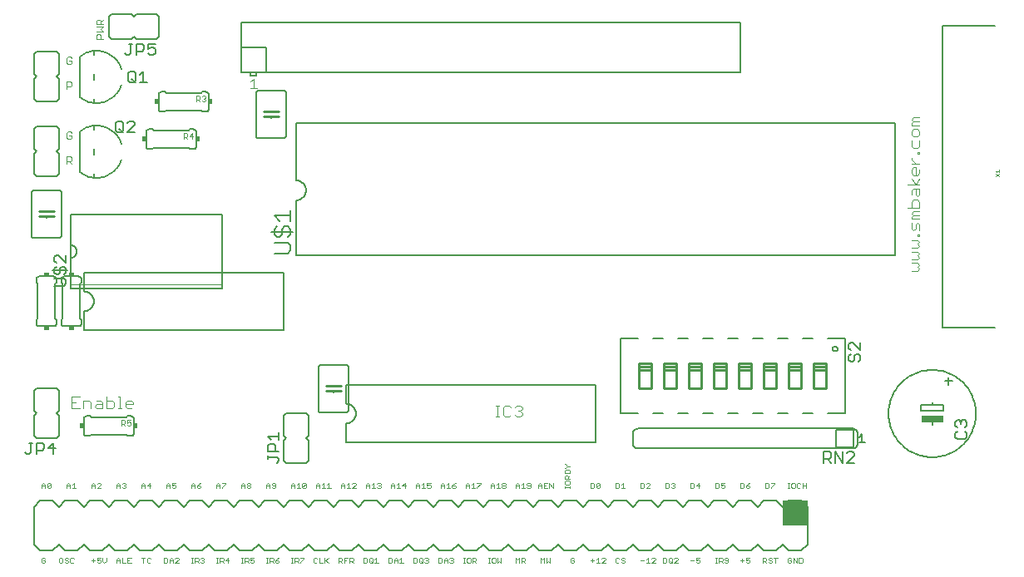
<source format=gto>
G75*
%MOIN*%
%OFA0B0*%
%FSLAX24Y24*%
%IPPOS*%
%LPD*%
%AMOC8*
5,1,8,0,0,1.08239X$1,22.5*
%
%ADD10C,0.0020*%
%ADD11C,0.0040*%
%ADD12C,0.0030*%
%ADD13C,0.0060*%
%ADD14R,0.1000X0.1000*%
%ADD15C,0.0080*%
%ADD16C,0.0100*%
%ADD17C,0.0050*%
%ADD18R,0.0200X0.0050*%
%ADD19R,0.0200X0.0150*%
%ADD20R,0.0150X0.0200*%
%ADD21R,0.0900X0.0250*%
D10*
X001527Y003910D02*
X001600Y003910D01*
X001637Y003947D01*
X001637Y004020D01*
X001563Y004020D01*
X001490Y004093D02*
X001490Y003947D01*
X001527Y003910D01*
X001490Y004093D02*
X001527Y004130D01*
X001600Y004130D01*
X001637Y004093D01*
X002190Y004093D02*
X002190Y003947D01*
X002227Y003910D01*
X002300Y003910D01*
X002337Y003947D01*
X002337Y004093D01*
X002300Y004130D01*
X002227Y004130D01*
X002190Y004093D01*
X002411Y004093D02*
X002411Y004057D01*
X002448Y004020D01*
X002521Y004020D01*
X002558Y003983D01*
X002558Y003947D01*
X002521Y003910D01*
X002448Y003910D01*
X002411Y003947D01*
X002411Y004093D02*
X002448Y004130D01*
X002521Y004130D01*
X002558Y004093D01*
X002632Y004093D02*
X002632Y003947D01*
X002669Y003910D01*
X002742Y003910D01*
X002779Y003947D01*
X002779Y004093D02*
X002742Y004130D01*
X002669Y004130D01*
X002632Y004093D01*
X003490Y004020D02*
X003637Y004020D01*
X003711Y004020D02*
X003784Y004057D01*
X003821Y004057D01*
X003858Y004020D01*
X003858Y003947D01*
X003821Y003910D01*
X003748Y003910D01*
X003711Y003947D01*
X003711Y004020D02*
X003711Y004130D01*
X003858Y004130D01*
X003932Y004130D02*
X003932Y003983D01*
X004005Y003910D01*
X004079Y003983D01*
X004079Y004130D01*
X004490Y004057D02*
X004563Y004130D01*
X004637Y004057D01*
X004637Y003910D01*
X004711Y003910D02*
X004858Y003910D01*
X004932Y003910D02*
X005079Y003910D01*
X005005Y004020D02*
X004932Y004020D01*
X004932Y004130D02*
X004932Y003910D01*
X004932Y004130D02*
X005079Y004130D01*
X004711Y004130D02*
X004711Y003910D01*
X004637Y004020D02*
X004490Y004020D01*
X004490Y004057D02*
X004490Y003910D01*
X003563Y003947D02*
X003563Y004093D01*
X005490Y004130D02*
X005637Y004130D01*
X005563Y004130D02*
X005563Y003910D01*
X005711Y003947D02*
X005748Y003910D01*
X005821Y003910D01*
X005858Y003947D01*
X005858Y004093D02*
X005821Y004130D01*
X005748Y004130D01*
X005711Y004093D01*
X005711Y003947D01*
X006390Y003910D02*
X006500Y003910D01*
X006537Y003947D01*
X006537Y004093D01*
X006500Y004130D01*
X006390Y004130D01*
X006390Y003910D01*
X006611Y003910D02*
X006611Y004057D01*
X006684Y004130D01*
X006758Y004057D01*
X006758Y003910D01*
X006832Y003910D02*
X006979Y004057D01*
X006979Y004093D01*
X006942Y004130D01*
X006869Y004130D01*
X006832Y004093D01*
X006758Y004020D02*
X006611Y004020D01*
X006832Y003910D02*
X006979Y003910D01*
X007490Y003910D02*
X007563Y003910D01*
X007527Y003910D02*
X007527Y004130D01*
X007563Y004130D02*
X007490Y004130D01*
X007637Y004130D02*
X007747Y004130D01*
X007784Y004093D01*
X007784Y004020D01*
X007747Y003983D01*
X007637Y003983D01*
X007637Y003910D02*
X007637Y004130D01*
X007711Y003983D02*
X007784Y003910D01*
X007858Y003947D02*
X007895Y003910D01*
X007968Y003910D01*
X008005Y003947D01*
X008005Y003983D01*
X007968Y004020D01*
X007932Y004020D01*
X007968Y004020D02*
X008005Y004057D01*
X008005Y004093D01*
X007968Y004130D01*
X007895Y004130D01*
X007858Y004093D01*
X008490Y004130D02*
X008563Y004130D01*
X008527Y004130D02*
X008527Y003910D01*
X008563Y003910D02*
X008490Y003910D01*
X008637Y003910D02*
X008637Y004130D01*
X008747Y004130D01*
X008784Y004093D01*
X008784Y004020D01*
X008747Y003983D01*
X008637Y003983D01*
X008711Y003983D02*
X008784Y003910D01*
X008858Y004020D02*
X009005Y004020D01*
X008968Y003910D02*
X008968Y004130D01*
X008858Y004020D01*
X009490Y003910D02*
X009563Y003910D01*
X009527Y003910D02*
X009527Y004130D01*
X009563Y004130D02*
X009490Y004130D01*
X009637Y004130D02*
X009747Y004130D01*
X009784Y004093D01*
X009784Y004020D01*
X009747Y003983D01*
X009637Y003983D01*
X009637Y003910D02*
X009637Y004130D01*
X009711Y003983D02*
X009784Y003910D01*
X009858Y003947D02*
X009895Y003910D01*
X009968Y003910D01*
X010005Y003947D01*
X010005Y004020D01*
X009968Y004057D01*
X009932Y004057D01*
X009858Y004020D01*
X009858Y004130D01*
X010005Y004130D01*
X010490Y004130D02*
X010563Y004130D01*
X010527Y004130D02*
X010527Y003910D01*
X010563Y003910D02*
X010490Y003910D01*
X010637Y003910D02*
X010637Y004130D01*
X010747Y004130D01*
X010784Y004093D01*
X010784Y004020D01*
X010747Y003983D01*
X010637Y003983D01*
X010711Y003983D02*
X010784Y003910D01*
X010858Y003947D02*
X010858Y004020D01*
X010968Y004020D01*
X011005Y003983D01*
X011005Y003947D01*
X010968Y003910D01*
X010895Y003910D01*
X010858Y003947D01*
X010858Y004020D02*
X010932Y004093D01*
X011005Y004130D01*
X011490Y004130D02*
X011563Y004130D01*
X011527Y004130D02*
X011527Y003910D01*
X011563Y003910D02*
X011490Y003910D01*
X011637Y003910D02*
X011637Y004130D01*
X011747Y004130D01*
X011784Y004093D01*
X011784Y004020D01*
X011747Y003983D01*
X011637Y003983D01*
X011711Y003983D02*
X011784Y003910D01*
X011858Y003910D02*
X011858Y003947D01*
X012005Y004093D01*
X012005Y004130D01*
X011858Y004130D01*
X012390Y004093D02*
X012390Y003947D01*
X012427Y003910D01*
X012500Y003910D01*
X012537Y003947D01*
X012611Y003910D02*
X012758Y003910D01*
X012832Y003910D02*
X012832Y004130D01*
X012869Y004020D02*
X012979Y003910D01*
X012832Y003983D02*
X012979Y004130D01*
X012611Y004130D02*
X012611Y003910D01*
X012537Y004093D02*
X012500Y004130D01*
X012427Y004130D01*
X012390Y004093D01*
X013390Y004130D02*
X013390Y003910D01*
X013390Y003983D02*
X013500Y003983D01*
X013537Y004020D01*
X013537Y004093D01*
X013500Y004130D01*
X013390Y004130D01*
X013463Y003983D02*
X013537Y003910D01*
X013611Y003910D02*
X013611Y004130D01*
X013758Y004130D01*
X013832Y004130D02*
X013942Y004130D01*
X013979Y004093D01*
X013979Y004020D01*
X013942Y003983D01*
X013832Y003983D01*
X013832Y003910D02*
X013832Y004130D01*
X013905Y003983D02*
X013979Y003910D01*
X013684Y004020D02*
X013611Y004020D01*
X014390Y003910D02*
X014500Y003910D01*
X014537Y003947D01*
X014537Y004093D01*
X014500Y004130D01*
X014390Y004130D01*
X014390Y003910D01*
X014611Y003947D02*
X014611Y004093D01*
X014648Y004130D01*
X014721Y004130D01*
X014758Y004093D01*
X014758Y003947D01*
X014721Y003910D01*
X014648Y003910D01*
X014611Y003947D01*
X014684Y003983D02*
X014758Y003910D01*
X014832Y003910D02*
X014979Y003910D01*
X014905Y003910D02*
X014905Y004130D01*
X014832Y004057D01*
X015390Y004130D02*
X015390Y003910D01*
X015500Y003910D01*
X015537Y003947D01*
X015537Y004093D01*
X015500Y004130D01*
X015390Y004130D01*
X015611Y004057D02*
X015684Y004130D01*
X015758Y004057D01*
X015758Y003910D01*
X015832Y003910D02*
X015979Y003910D01*
X015905Y003910D02*
X015905Y004130D01*
X015832Y004057D01*
X015758Y004020D02*
X015611Y004020D01*
X015611Y004057D02*
X015611Y003910D01*
X016390Y003910D02*
X016500Y003910D01*
X016537Y003947D01*
X016537Y004093D01*
X016500Y004130D01*
X016390Y004130D01*
X016390Y003910D01*
X016611Y003947D02*
X016648Y003910D01*
X016721Y003910D01*
X016758Y003947D01*
X016758Y004093D01*
X016721Y004130D01*
X016648Y004130D01*
X016611Y004093D01*
X016611Y003947D01*
X016684Y003983D02*
X016758Y003910D01*
X016832Y003947D02*
X016869Y003910D01*
X016942Y003910D01*
X016979Y003947D01*
X016979Y003983D01*
X016942Y004020D01*
X016905Y004020D01*
X016942Y004020D02*
X016979Y004057D01*
X016979Y004093D01*
X016942Y004130D01*
X016869Y004130D01*
X016832Y004093D01*
X017390Y004130D02*
X017390Y003910D01*
X017500Y003910D01*
X017537Y003947D01*
X017537Y004093D01*
X017500Y004130D01*
X017390Y004130D01*
X017611Y004057D02*
X017611Y003910D01*
X017611Y004020D02*
X017758Y004020D01*
X017758Y004057D02*
X017758Y003910D01*
X017832Y003947D02*
X017869Y003910D01*
X017942Y003910D01*
X017979Y003947D01*
X017979Y003983D01*
X017942Y004020D01*
X017905Y004020D01*
X017942Y004020D02*
X017979Y004057D01*
X017979Y004093D01*
X017942Y004130D01*
X017869Y004130D01*
X017832Y004093D01*
X017758Y004057D02*
X017684Y004130D01*
X017611Y004057D01*
X018390Y004130D02*
X018463Y004130D01*
X018427Y004130D02*
X018427Y003910D01*
X018463Y003910D02*
X018390Y003910D01*
X018537Y003947D02*
X018537Y004093D01*
X018574Y004130D01*
X018647Y004130D01*
X018684Y004093D01*
X018684Y003947D01*
X018647Y003910D01*
X018574Y003910D01*
X018537Y003947D01*
X018758Y003983D02*
X018868Y003983D01*
X018905Y004020D01*
X018905Y004093D01*
X018868Y004130D01*
X018758Y004130D01*
X018758Y003910D01*
X018832Y003983D02*
X018905Y003910D01*
X019390Y003910D02*
X019463Y003910D01*
X019427Y003910D02*
X019427Y004130D01*
X019463Y004130D02*
X019390Y004130D01*
X019537Y004093D02*
X019537Y003947D01*
X019574Y003910D01*
X019647Y003910D01*
X019684Y003947D01*
X019684Y004093D01*
X019647Y004130D01*
X019574Y004130D01*
X019537Y004093D01*
X019758Y004130D02*
X019758Y003910D01*
X019832Y003983D01*
X019905Y003910D01*
X019905Y004130D01*
X020490Y004130D02*
X020490Y003910D01*
X020637Y003910D02*
X020637Y004130D01*
X020563Y004057D01*
X020490Y004130D01*
X020711Y004130D02*
X020821Y004130D01*
X020858Y004093D01*
X020858Y004020D01*
X020821Y003983D01*
X020711Y003983D01*
X020711Y003910D02*
X020711Y004130D01*
X020784Y003983D02*
X020858Y003910D01*
X021490Y003910D02*
X021490Y004130D01*
X021563Y004057D01*
X021637Y004130D01*
X021637Y003910D01*
X021711Y003910D02*
X021784Y003983D01*
X021858Y003910D01*
X021858Y004130D01*
X021711Y004130D02*
X021711Y003910D01*
X022690Y003947D02*
X022727Y003910D01*
X022800Y003910D01*
X022837Y003947D01*
X022837Y004020D01*
X022763Y004020D01*
X022690Y004093D02*
X022690Y003947D01*
X022690Y004093D02*
X022727Y004130D01*
X022800Y004130D01*
X022837Y004093D01*
X023490Y004020D02*
X023637Y004020D01*
X023711Y004057D02*
X023784Y004130D01*
X023784Y003910D01*
X023711Y003910D02*
X023858Y003910D01*
X023932Y003910D02*
X024079Y004057D01*
X024079Y004093D01*
X024042Y004130D01*
X023969Y004130D01*
X023932Y004093D01*
X023932Y003910D02*
X024079Y003910D01*
X024490Y003947D02*
X024490Y004093D01*
X024527Y004130D01*
X024600Y004130D01*
X024637Y004093D01*
X024711Y004093D02*
X024711Y004057D01*
X024748Y004020D01*
X024821Y004020D01*
X024858Y003983D01*
X024858Y003947D01*
X024821Y003910D01*
X024748Y003910D01*
X024711Y003947D01*
X024637Y003947D02*
X024600Y003910D01*
X024527Y003910D01*
X024490Y003947D01*
X024711Y004093D02*
X024748Y004130D01*
X024821Y004130D01*
X024858Y004093D01*
X025490Y004020D02*
X025637Y004020D01*
X025711Y004057D02*
X025784Y004130D01*
X025784Y003910D01*
X025711Y003910D02*
X025858Y003910D01*
X025932Y003910D02*
X026079Y004057D01*
X026079Y004093D01*
X026042Y004130D01*
X025969Y004130D01*
X025932Y004093D01*
X025932Y003910D02*
X026079Y003910D01*
X026390Y003910D02*
X026390Y004130D01*
X026500Y004130D01*
X026537Y004093D01*
X026537Y003947D01*
X026500Y003910D01*
X026390Y003910D01*
X026611Y003947D02*
X026611Y004093D01*
X026648Y004130D01*
X026721Y004130D01*
X026758Y004093D01*
X026758Y003947D01*
X026721Y003910D01*
X026648Y003910D01*
X026611Y003947D01*
X026684Y003983D02*
X026758Y003910D01*
X026832Y003910D02*
X026979Y004057D01*
X026979Y004093D01*
X026942Y004130D01*
X026869Y004130D01*
X026832Y004093D01*
X026832Y003910D02*
X026979Y003910D01*
X027490Y004020D02*
X027637Y004020D01*
X027711Y004020D02*
X027784Y004057D01*
X027821Y004057D01*
X027858Y004020D01*
X027858Y003947D01*
X027821Y003910D01*
X027748Y003910D01*
X027711Y003947D01*
X027711Y004020D02*
X027711Y004130D01*
X027858Y004130D01*
X028490Y004130D02*
X028563Y004130D01*
X028527Y004130D02*
X028527Y003910D01*
X028563Y003910D02*
X028490Y003910D01*
X028637Y003910D02*
X028637Y004130D01*
X028747Y004130D01*
X028784Y004093D01*
X028784Y004020D01*
X028747Y003983D01*
X028637Y003983D01*
X028711Y003983D02*
X028784Y003910D01*
X028858Y003947D02*
X028895Y003910D01*
X028968Y003910D01*
X029005Y003947D01*
X029005Y004093D01*
X028968Y004130D01*
X028895Y004130D01*
X028858Y004093D01*
X028858Y004057D01*
X028895Y004020D01*
X029005Y004020D01*
X029490Y004020D02*
X029637Y004020D01*
X029711Y004020D02*
X029784Y004057D01*
X029821Y004057D01*
X029858Y004020D01*
X029858Y003947D01*
X029821Y003910D01*
X029748Y003910D01*
X029711Y003947D01*
X029711Y004020D02*
X029711Y004130D01*
X029858Y004130D01*
X029563Y004093D02*
X029563Y003947D01*
X030390Y003983D02*
X030500Y003983D01*
X030537Y004020D01*
X030537Y004093D01*
X030500Y004130D01*
X030390Y004130D01*
X030390Y003910D01*
X030463Y003983D02*
X030537Y003910D01*
X030611Y003947D02*
X030648Y003910D01*
X030721Y003910D01*
X030758Y003947D01*
X030758Y003983D01*
X030721Y004020D01*
X030648Y004020D01*
X030611Y004057D01*
X030611Y004093D01*
X030648Y004130D01*
X030721Y004130D01*
X030758Y004093D01*
X030832Y004130D02*
X030979Y004130D01*
X030905Y004130D02*
X030905Y003910D01*
X031390Y003947D02*
X031390Y004093D01*
X031427Y004130D01*
X031500Y004130D01*
X031537Y004093D01*
X031537Y004020D02*
X031463Y004020D01*
X031537Y004020D02*
X031537Y003947D01*
X031500Y003910D01*
X031427Y003910D01*
X031390Y003947D01*
X031611Y003910D02*
X031611Y004130D01*
X031758Y003910D01*
X031758Y004130D01*
X031832Y004130D02*
X031942Y004130D01*
X031979Y004093D01*
X031979Y003947D01*
X031942Y003910D01*
X031832Y003910D01*
X031832Y004130D01*
X031868Y006910D02*
X031905Y006947D01*
X031868Y006910D02*
X031795Y006910D01*
X031758Y006947D01*
X031758Y007093D01*
X031795Y007130D01*
X031868Y007130D01*
X031905Y007093D01*
X031979Y007130D02*
X031979Y006910D01*
X031979Y007020D02*
X032126Y007020D01*
X032126Y007130D02*
X032126Y006910D01*
X031684Y006947D02*
X031684Y007093D01*
X031647Y007130D01*
X031574Y007130D01*
X031537Y007093D01*
X031537Y006947D01*
X031574Y006910D01*
X031647Y006910D01*
X031684Y006947D01*
X031463Y006910D02*
X031390Y006910D01*
X031427Y006910D02*
X031427Y007130D01*
X031463Y007130D02*
X031390Y007130D01*
X030858Y007130D02*
X030858Y007093D01*
X030711Y006947D01*
X030711Y006910D01*
X030637Y006947D02*
X030637Y007093D01*
X030600Y007130D01*
X030490Y007130D01*
X030490Y006910D01*
X030600Y006910D01*
X030637Y006947D01*
X030711Y007130D02*
X030858Y007130D01*
X029858Y007130D02*
X029784Y007093D01*
X029711Y007020D01*
X029821Y007020D01*
X029858Y006983D01*
X029858Y006947D01*
X029821Y006910D01*
X029748Y006910D01*
X029711Y006947D01*
X029711Y007020D01*
X029637Y006947D02*
X029637Y007093D01*
X029600Y007130D01*
X029490Y007130D01*
X029490Y006910D01*
X029600Y006910D01*
X029637Y006947D01*
X028858Y006947D02*
X028821Y006910D01*
X028748Y006910D01*
X028711Y006947D01*
X028711Y007020D02*
X028784Y007057D01*
X028821Y007057D01*
X028858Y007020D01*
X028858Y006947D01*
X028711Y007020D02*
X028711Y007130D01*
X028858Y007130D01*
X028637Y007093D02*
X028600Y007130D01*
X028490Y007130D01*
X028490Y006910D01*
X028600Y006910D01*
X028637Y006947D01*
X028637Y007093D01*
X027858Y007020D02*
X027711Y007020D01*
X027821Y007130D01*
X027821Y006910D01*
X027637Y006947D02*
X027600Y006910D01*
X027490Y006910D01*
X027490Y007130D01*
X027600Y007130D01*
X027637Y007093D01*
X027637Y006947D01*
X026858Y006947D02*
X026821Y006910D01*
X026748Y006910D01*
X026711Y006947D01*
X026637Y006947D02*
X026637Y007093D01*
X026600Y007130D01*
X026490Y007130D01*
X026490Y006910D01*
X026600Y006910D01*
X026637Y006947D01*
X026711Y007093D02*
X026748Y007130D01*
X026821Y007130D01*
X026858Y007093D01*
X026858Y007057D01*
X026821Y007020D01*
X026858Y006983D01*
X026858Y006947D01*
X026821Y007020D02*
X026784Y007020D01*
X025858Y007057D02*
X025711Y006910D01*
X025858Y006910D01*
X025858Y007057D02*
X025858Y007093D01*
X025821Y007130D01*
X025748Y007130D01*
X025711Y007093D01*
X025637Y007093D02*
X025600Y007130D01*
X025490Y007130D01*
X025490Y006910D01*
X025600Y006910D01*
X025637Y006947D01*
X025637Y007093D01*
X024858Y006910D02*
X024711Y006910D01*
X024784Y006910D02*
X024784Y007130D01*
X024711Y007057D01*
X024637Y007093D02*
X024600Y007130D01*
X024490Y007130D01*
X024490Y006910D01*
X024600Y006910D01*
X024637Y006947D01*
X024637Y007093D01*
X023858Y007093D02*
X023711Y006947D01*
X023748Y006910D01*
X023821Y006910D01*
X023858Y006947D01*
X023858Y007093D01*
X023821Y007130D01*
X023748Y007130D01*
X023711Y007093D01*
X023711Y006947D01*
X023637Y006947D02*
X023637Y007093D01*
X023600Y007130D01*
X023490Y007130D01*
X023490Y006910D01*
X023600Y006910D01*
X023637Y006947D01*
X022670Y006947D02*
X022450Y006947D01*
X022450Y006983D02*
X022450Y006910D01*
X022487Y007057D02*
X022633Y007057D01*
X022670Y007094D01*
X022670Y007167D01*
X022633Y007204D01*
X022487Y007204D01*
X022450Y007167D01*
X022450Y007094D01*
X022487Y007057D01*
X022670Y006983D02*
X022670Y006910D01*
X022670Y007278D02*
X022450Y007278D01*
X022450Y007388D01*
X022487Y007425D01*
X022560Y007425D01*
X022597Y007388D01*
X022597Y007278D01*
X022597Y007352D02*
X022670Y007425D01*
X022670Y007499D02*
X022450Y007499D01*
X022450Y007609D01*
X022487Y007646D01*
X022633Y007646D01*
X022670Y007609D01*
X022670Y007499D01*
X022487Y007720D02*
X022560Y007794D01*
X022670Y007794D01*
X022560Y007794D02*
X022487Y007867D01*
X022450Y007867D01*
X022450Y007720D02*
X022487Y007720D01*
X021979Y007130D02*
X021979Y006910D01*
X021832Y007130D01*
X021832Y006910D01*
X021758Y006910D02*
X021611Y006910D01*
X021611Y007130D01*
X021758Y007130D01*
X021684Y007020D02*
X021611Y007020D01*
X021537Y007020D02*
X021390Y007020D01*
X021390Y007057D02*
X021463Y007130D01*
X021537Y007057D01*
X021537Y006910D01*
X021390Y006910D02*
X021390Y007057D01*
X021079Y007093D02*
X021042Y007130D01*
X020969Y007130D01*
X020932Y007093D01*
X020932Y007057D01*
X020969Y007020D01*
X021079Y007020D01*
X021079Y006947D02*
X021079Y007093D01*
X021079Y006947D02*
X021042Y006910D01*
X020969Y006910D01*
X020932Y006947D01*
X020858Y006910D02*
X020711Y006910D01*
X020784Y006910D02*
X020784Y007130D01*
X020711Y007057D01*
X020637Y007057D02*
X020637Y006910D01*
X020637Y007020D02*
X020490Y007020D01*
X020490Y007057D02*
X020563Y007130D01*
X020637Y007057D01*
X020490Y007057D02*
X020490Y006910D01*
X020079Y006947D02*
X020042Y006910D01*
X019969Y006910D01*
X019932Y006947D01*
X019932Y006983D01*
X019969Y007020D01*
X020042Y007020D01*
X020079Y006983D01*
X020079Y006947D01*
X020042Y007020D02*
X020079Y007057D01*
X020079Y007093D01*
X020042Y007130D01*
X019969Y007130D01*
X019932Y007093D01*
X019932Y007057D01*
X019969Y007020D01*
X019858Y006910D02*
X019711Y006910D01*
X019784Y006910D02*
X019784Y007130D01*
X019711Y007057D01*
X019637Y007057D02*
X019637Y006910D01*
X019637Y007020D02*
X019490Y007020D01*
X019490Y007057D02*
X019563Y007130D01*
X019637Y007057D01*
X019490Y007057D02*
X019490Y006910D01*
X019079Y007093D02*
X018932Y006947D01*
X018932Y006910D01*
X018858Y006910D02*
X018711Y006910D01*
X018784Y006910D02*
X018784Y007130D01*
X018711Y007057D01*
X018637Y007057D02*
X018637Y006910D01*
X018637Y007020D02*
X018490Y007020D01*
X018490Y007057D02*
X018563Y007130D01*
X018637Y007057D01*
X018490Y007057D02*
X018490Y006910D01*
X018079Y006947D02*
X018079Y006983D01*
X018042Y007020D01*
X017932Y007020D01*
X017932Y006947D01*
X017969Y006910D01*
X018042Y006910D01*
X018079Y006947D01*
X018005Y007093D02*
X018079Y007130D01*
X018005Y007093D02*
X017932Y007020D01*
X017858Y006910D02*
X017711Y006910D01*
X017784Y006910D02*
X017784Y007130D01*
X017711Y007057D01*
X017637Y007057D02*
X017637Y006910D01*
X017637Y007020D02*
X017490Y007020D01*
X017490Y007057D02*
X017563Y007130D01*
X017637Y007057D01*
X017490Y007057D02*
X017490Y006910D01*
X017079Y006947D02*
X017042Y006910D01*
X016969Y006910D01*
X016932Y006947D01*
X016932Y007020D02*
X017005Y007057D01*
X017042Y007057D01*
X017079Y007020D01*
X017079Y006947D01*
X016932Y007020D02*
X016932Y007130D01*
X017079Y007130D01*
X016784Y007130D02*
X016784Y006910D01*
X016711Y006910D02*
X016858Y006910D01*
X016711Y007057D02*
X016784Y007130D01*
X016637Y007057D02*
X016637Y006910D01*
X016637Y007020D02*
X016490Y007020D01*
X016490Y007057D02*
X016563Y007130D01*
X016637Y007057D01*
X016490Y007057D02*
X016490Y006910D01*
X016079Y007020D02*
X015932Y007020D01*
X016042Y007130D01*
X016042Y006910D01*
X015858Y006910D02*
X015711Y006910D01*
X015784Y006910D02*
X015784Y007130D01*
X015711Y007057D01*
X015637Y007057D02*
X015637Y006910D01*
X015637Y007020D02*
X015490Y007020D01*
X015490Y007057D02*
X015563Y007130D01*
X015637Y007057D01*
X015490Y007057D02*
X015490Y006910D01*
X015079Y006947D02*
X015042Y006910D01*
X014969Y006910D01*
X014932Y006947D01*
X014858Y006910D02*
X014711Y006910D01*
X014784Y006910D02*
X014784Y007130D01*
X014711Y007057D01*
X014637Y007057D02*
X014637Y006910D01*
X014637Y007020D02*
X014490Y007020D01*
X014490Y007057D02*
X014563Y007130D01*
X014637Y007057D01*
X014490Y007057D02*
X014490Y006910D01*
X014079Y006910D02*
X013932Y006910D01*
X014079Y007057D01*
X014079Y007093D01*
X014042Y007130D01*
X013969Y007130D01*
X013932Y007093D01*
X013784Y007130D02*
X013784Y006910D01*
X013711Y006910D02*
X013858Y006910D01*
X013711Y007057D02*
X013784Y007130D01*
X013637Y007057D02*
X013637Y006910D01*
X013637Y007020D02*
X013490Y007020D01*
X013490Y007057D02*
X013563Y007130D01*
X013637Y007057D01*
X013490Y007057D02*
X013490Y006910D01*
X013079Y006910D02*
X012932Y006910D01*
X013005Y006910D02*
X013005Y007130D01*
X012932Y007057D01*
X012858Y006910D02*
X012711Y006910D01*
X012784Y006910D02*
X012784Y007130D01*
X012711Y007057D01*
X012637Y007057D02*
X012637Y006910D01*
X012637Y007020D02*
X012490Y007020D01*
X012490Y007057D02*
X012563Y007130D01*
X012637Y007057D01*
X012490Y007057D02*
X012490Y006910D01*
X012079Y006947D02*
X012042Y006910D01*
X011969Y006910D01*
X011932Y006947D01*
X012079Y007093D01*
X012079Y006947D01*
X012079Y007093D02*
X012042Y007130D01*
X011969Y007130D01*
X011932Y007093D01*
X011932Y006947D01*
X011858Y006910D02*
X011711Y006910D01*
X011784Y006910D02*
X011784Y007130D01*
X011711Y007057D01*
X011637Y007057D02*
X011637Y006910D01*
X011637Y007020D02*
X011490Y007020D01*
X011490Y007057D02*
X011563Y007130D01*
X011637Y007057D01*
X011490Y007057D02*
X011490Y006910D01*
X010858Y006947D02*
X010858Y007093D01*
X010821Y007130D01*
X010748Y007130D01*
X010711Y007093D01*
X010711Y007057D01*
X010748Y007020D01*
X010858Y007020D01*
X010858Y006947D02*
X010821Y006910D01*
X010748Y006910D01*
X010711Y006947D01*
X010637Y006910D02*
X010637Y007057D01*
X010563Y007130D01*
X010490Y007057D01*
X010490Y006910D01*
X010490Y007020D02*
X010637Y007020D01*
X009858Y006983D02*
X009858Y006947D01*
X009821Y006910D01*
X009748Y006910D01*
X009711Y006947D01*
X009711Y006983D01*
X009748Y007020D01*
X009821Y007020D01*
X009858Y006983D01*
X009821Y007020D02*
X009858Y007057D01*
X009858Y007093D01*
X009821Y007130D01*
X009748Y007130D01*
X009711Y007093D01*
X009711Y007057D01*
X009748Y007020D01*
X009637Y007020D02*
X009490Y007020D01*
X009490Y007057D02*
X009563Y007130D01*
X009637Y007057D01*
X009637Y006910D01*
X009490Y006910D02*
X009490Y007057D01*
X008858Y007093D02*
X008711Y006947D01*
X008711Y006910D01*
X008637Y006910D02*
X008637Y007057D01*
X008563Y007130D01*
X008490Y007057D01*
X008490Y006910D01*
X008490Y007020D02*
X008637Y007020D01*
X008711Y007130D02*
X008858Y007130D01*
X008858Y007093D01*
X007858Y007130D02*
X007784Y007093D01*
X007711Y007020D01*
X007821Y007020D01*
X007858Y006983D01*
X007858Y006947D01*
X007821Y006910D01*
X007748Y006910D01*
X007711Y006947D01*
X007711Y007020D01*
X007637Y007020D02*
X007490Y007020D01*
X007490Y007057D02*
X007563Y007130D01*
X007637Y007057D01*
X007637Y006910D01*
X007490Y006910D02*
X007490Y007057D01*
X006858Y007020D02*
X006858Y006947D01*
X006821Y006910D01*
X006748Y006910D01*
X006711Y006947D01*
X006711Y007020D02*
X006784Y007057D01*
X006821Y007057D01*
X006858Y007020D01*
X006858Y007130D02*
X006711Y007130D01*
X006711Y007020D01*
X006637Y007020D02*
X006490Y007020D01*
X006490Y007057D02*
X006563Y007130D01*
X006637Y007057D01*
X006637Y006910D01*
X006490Y006910D02*
X006490Y007057D01*
X005858Y007020D02*
X005711Y007020D01*
X005821Y007130D01*
X005821Y006910D01*
X005637Y006910D02*
X005637Y007057D01*
X005563Y007130D01*
X005490Y007057D01*
X005490Y006910D01*
X005490Y007020D02*
X005637Y007020D01*
X004858Y006983D02*
X004858Y006947D01*
X004821Y006910D01*
X004748Y006910D01*
X004711Y006947D01*
X004637Y006910D02*
X004637Y007057D01*
X004563Y007130D01*
X004490Y007057D01*
X004490Y006910D01*
X004490Y007020D02*
X004637Y007020D01*
X004711Y007093D02*
X004748Y007130D01*
X004821Y007130D01*
X004858Y007093D01*
X004858Y007057D01*
X004821Y007020D01*
X004858Y006983D01*
X004821Y007020D02*
X004784Y007020D01*
X003858Y007057D02*
X003711Y006910D01*
X003858Y006910D01*
X003858Y007057D02*
X003858Y007093D01*
X003821Y007130D01*
X003748Y007130D01*
X003711Y007093D01*
X003637Y007057D02*
X003637Y006910D01*
X003637Y007020D02*
X003490Y007020D01*
X003490Y007057D02*
X003563Y007130D01*
X003637Y007057D01*
X003490Y007057D02*
X003490Y006910D01*
X002858Y006910D02*
X002711Y006910D01*
X002784Y006910D02*
X002784Y007130D01*
X002711Y007057D01*
X002637Y007057D02*
X002637Y006910D01*
X002637Y007020D02*
X002490Y007020D01*
X002490Y007057D02*
X002563Y007130D01*
X002637Y007057D01*
X002490Y007057D02*
X002490Y006910D01*
X001858Y006947D02*
X001821Y006910D01*
X001748Y006910D01*
X001711Y006947D01*
X001858Y007093D01*
X001858Y006947D01*
X001858Y007093D02*
X001821Y007130D01*
X001748Y007130D01*
X001711Y007093D01*
X001711Y006947D01*
X001637Y006910D02*
X001637Y007057D01*
X001563Y007130D01*
X001490Y007057D01*
X001490Y006910D01*
X001490Y007020D02*
X001637Y007020D01*
X004690Y009420D02*
X004690Y009640D01*
X004800Y009640D01*
X004837Y009603D01*
X004837Y009530D01*
X004800Y009493D01*
X004690Y009493D01*
X004763Y009493D02*
X004837Y009420D01*
X004911Y009457D02*
X004948Y009420D01*
X005021Y009420D01*
X005058Y009457D01*
X005058Y009530D01*
X005021Y009567D01*
X004984Y009567D01*
X004911Y009530D01*
X004911Y009640D01*
X005058Y009640D01*
X002630Y015070D02*
X008730Y015070D01*
X007521Y020920D02*
X007521Y021140D01*
X007411Y021030D01*
X007558Y021030D01*
X007337Y021030D02*
X007300Y020993D01*
X007190Y020993D01*
X007190Y020920D02*
X007190Y021140D01*
X007300Y021140D01*
X007337Y021103D01*
X007337Y021030D01*
X007263Y020993D02*
X007337Y020920D01*
X007690Y022420D02*
X007690Y022640D01*
X007800Y022640D01*
X007837Y022603D01*
X007837Y022530D01*
X007800Y022493D01*
X007690Y022493D01*
X007763Y022493D02*
X007837Y022420D01*
X007911Y022457D02*
X007948Y022420D01*
X008021Y022420D01*
X008058Y022457D01*
X008058Y022493D01*
X008021Y022530D01*
X007984Y022530D01*
X008021Y022530D02*
X008058Y022567D01*
X008058Y022603D01*
X008021Y022640D01*
X007948Y022640D01*
X007911Y022603D01*
X014969Y007130D02*
X015042Y007130D01*
X015079Y007093D01*
X015079Y007057D01*
X015042Y007020D01*
X015079Y006983D01*
X015079Y006947D01*
X015042Y007020D02*
X015005Y007020D01*
X014932Y007093D02*
X014969Y007130D01*
X018932Y007130D02*
X019079Y007130D01*
X019079Y007093D01*
X023563Y004093D02*
X023563Y003947D01*
X039721Y019428D02*
X039861Y019522D01*
X039861Y019576D02*
X039861Y019669D01*
X039861Y019622D02*
X039721Y019622D01*
X039768Y019576D01*
X039721Y019522D02*
X039861Y019428D01*
D11*
X036660Y019541D02*
X036583Y019465D01*
X036430Y019465D01*
X036353Y019541D01*
X036353Y019695D01*
X036430Y019771D01*
X036507Y019771D01*
X036507Y019465D01*
X036660Y019541D02*
X036660Y019695D01*
X036660Y019925D02*
X036353Y019925D01*
X036353Y020078D02*
X036353Y020155D01*
X036353Y020078D02*
X036507Y019925D01*
X036583Y020309D02*
X036583Y020385D01*
X036660Y020385D01*
X036660Y020309D01*
X036583Y020309D01*
X036583Y020539D02*
X036430Y020539D01*
X036353Y020616D01*
X036353Y020846D01*
X036430Y020999D02*
X036583Y020999D01*
X036660Y021076D01*
X036660Y021229D01*
X036583Y021306D01*
X036430Y021306D01*
X036353Y021229D01*
X036353Y021076D01*
X036430Y020999D01*
X036660Y020846D02*
X036660Y020616D01*
X036583Y020539D01*
X036660Y021460D02*
X036353Y021460D01*
X036353Y021536D01*
X036430Y021613D01*
X036353Y021690D01*
X036430Y021767D01*
X036660Y021767D01*
X036660Y021613D02*
X036430Y021613D01*
X036353Y019311D02*
X036507Y019081D01*
X036660Y019311D01*
X036660Y019081D02*
X036200Y019081D01*
X036430Y018927D02*
X036660Y018927D01*
X036660Y018697D01*
X036583Y018621D01*
X036507Y018697D01*
X036507Y018927D01*
X036430Y018927D02*
X036353Y018851D01*
X036353Y018697D01*
X036430Y018467D02*
X036353Y018390D01*
X036353Y018160D01*
X036200Y018160D02*
X036660Y018160D01*
X036660Y018390D01*
X036583Y018467D01*
X036430Y018467D01*
X036430Y018007D02*
X036660Y018007D01*
X036660Y017853D02*
X036430Y017853D01*
X036353Y017930D01*
X036430Y018007D01*
X036430Y017853D02*
X036353Y017776D01*
X036353Y017700D01*
X036660Y017700D01*
X036583Y017546D02*
X036507Y017470D01*
X036507Y017316D01*
X036430Y017239D01*
X036353Y017316D01*
X036353Y017546D01*
X036583Y017546D02*
X036660Y017470D01*
X036660Y017239D01*
X036660Y017086D02*
X036660Y017009D01*
X036583Y017009D01*
X036583Y017086D01*
X036660Y017086D01*
X036583Y016856D02*
X036353Y016856D01*
X036583Y016856D02*
X036660Y016779D01*
X036583Y016702D01*
X036660Y016625D01*
X036583Y016549D01*
X036353Y016549D01*
X036353Y016395D02*
X036583Y016395D01*
X036660Y016319D01*
X036583Y016242D01*
X036660Y016165D01*
X036583Y016088D01*
X036353Y016088D01*
X036353Y015935D02*
X036583Y015935D01*
X036660Y015858D01*
X036583Y015781D01*
X036660Y015705D01*
X036583Y015628D01*
X036353Y015628D01*
X020747Y010154D02*
X020747Y010077D01*
X020670Y010000D01*
X020747Y009923D01*
X020747Y009847D01*
X020670Y009770D01*
X020516Y009770D01*
X020440Y009847D01*
X020286Y009847D02*
X020209Y009770D01*
X020056Y009770D01*
X019979Y009847D01*
X019979Y010154D01*
X020056Y010230D01*
X020209Y010230D01*
X020286Y010154D01*
X020440Y010154D02*
X020516Y010230D01*
X020670Y010230D01*
X020747Y010154D01*
X020670Y010000D02*
X020593Y010000D01*
X019826Y009770D02*
X019672Y009770D01*
X019749Y009770D02*
X019749Y010230D01*
X019672Y010230D02*
X019826Y010230D01*
X005155Y010273D02*
X004848Y010273D01*
X004848Y010197D02*
X004848Y010350D01*
X004925Y010427D01*
X005079Y010427D01*
X005155Y010350D01*
X005155Y010273D01*
X005079Y010120D02*
X004925Y010120D01*
X004848Y010197D01*
X004695Y010120D02*
X004542Y010120D01*
X004618Y010120D02*
X004618Y010580D01*
X004542Y010580D01*
X004388Y010350D02*
X004311Y010427D01*
X004081Y010427D01*
X004081Y010580D02*
X004081Y010120D01*
X004311Y010120D01*
X004388Y010197D01*
X004388Y010350D01*
X003928Y010350D02*
X003851Y010427D01*
X003698Y010427D01*
X003698Y010273D02*
X003928Y010273D01*
X003928Y010350D02*
X003928Y010120D01*
X003698Y010120D01*
X003621Y010197D01*
X003698Y010273D01*
X003467Y010350D02*
X003391Y010427D01*
X003160Y010427D01*
X003160Y010120D01*
X003007Y010120D02*
X002700Y010120D01*
X002700Y010580D01*
X003007Y010580D01*
X002853Y010350D02*
X002700Y010350D01*
X003467Y010350D02*
X003467Y010120D01*
X009870Y022964D02*
X010110Y022964D01*
X009990Y022964D02*
X009990Y023325D01*
X009870Y023204D01*
D12*
X003965Y024915D02*
X003675Y024915D01*
X003675Y025060D01*
X003723Y025108D01*
X003820Y025108D01*
X003868Y025060D01*
X003868Y024915D01*
X003965Y025210D02*
X003868Y025306D01*
X003965Y025403D01*
X003675Y025403D01*
X003675Y025504D02*
X003675Y025649D01*
X003723Y025698D01*
X003820Y025698D01*
X003868Y025649D01*
X003868Y025504D01*
X003965Y025504D02*
X003675Y025504D01*
X003868Y025601D02*
X003965Y025698D01*
X003965Y025210D02*
X003675Y025210D01*
X002640Y024205D02*
X002543Y024205D01*
X002495Y024157D01*
X002495Y023963D01*
X002543Y023915D01*
X002640Y023915D01*
X002688Y023963D01*
X002688Y024060D01*
X002592Y024060D01*
X002688Y024157D02*
X002640Y024205D01*
X002640Y023205D02*
X002688Y023157D01*
X002688Y023060D01*
X002640Y023012D01*
X002495Y023012D01*
X002495Y022915D02*
X002495Y023205D01*
X002640Y023205D01*
X002640Y021205D02*
X002543Y021205D01*
X002495Y021157D01*
X002495Y020963D01*
X002543Y020915D01*
X002640Y020915D01*
X002688Y020963D01*
X002688Y021060D01*
X002592Y021060D01*
X002688Y021157D02*
X002640Y021205D01*
X002640Y020205D02*
X002688Y020157D01*
X002688Y020060D01*
X002640Y020012D01*
X002495Y020012D01*
X002592Y020012D02*
X002688Y019915D01*
X002495Y019915D02*
X002495Y020205D01*
X002640Y020205D01*
D13*
X002180Y020300D02*
X002180Y019500D01*
X002080Y019400D01*
X001280Y019400D01*
X001180Y019500D01*
X001180Y020300D01*
X001280Y020400D01*
X001180Y020500D01*
X001180Y021300D01*
X001280Y021400D01*
X002080Y021400D01*
X002180Y021300D01*
X002180Y020500D01*
X002080Y020400D01*
X002180Y020300D01*
X002180Y018850D02*
X001180Y018850D01*
X001163Y018848D01*
X001146Y018844D01*
X001130Y018837D01*
X001116Y018827D01*
X001103Y018814D01*
X001093Y018800D01*
X001086Y018784D01*
X001082Y018767D01*
X001080Y018750D01*
X001080Y017050D01*
X001082Y017033D01*
X001086Y017016D01*
X001093Y017000D01*
X001103Y016986D01*
X001116Y016973D01*
X001130Y016963D01*
X001146Y016956D01*
X001163Y016952D01*
X001180Y016950D01*
X002180Y016950D01*
X002197Y016952D01*
X002214Y016956D01*
X002230Y016963D01*
X002244Y016973D01*
X002257Y016986D01*
X002267Y017000D01*
X002274Y017016D01*
X002278Y017033D01*
X002280Y017050D01*
X002280Y018750D01*
X002278Y018767D01*
X002274Y018784D01*
X002267Y018800D01*
X002257Y018814D01*
X002244Y018827D01*
X002230Y018837D01*
X002214Y018844D01*
X002197Y018848D01*
X002180Y018850D01*
X001680Y018050D02*
X001680Y018000D01*
X001680Y017800D02*
X001680Y017750D01*
X002639Y017867D02*
X002639Y016652D01*
X002639Y016148D01*
X002639Y014924D01*
X008721Y014924D01*
X008721Y017867D01*
X002639Y017867D01*
X002639Y016652D02*
X002669Y016650D01*
X002699Y016645D01*
X002728Y016636D01*
X002756Y016623D01*
X002782Y016607D01*
X002806Y016589D01*
X002828Y016567D01*
X002846Y016543D01*
X002862Y016517D01*
X002875Y016489D01*
X002884Y016460D01*
X002889Y016430D01*
X002891Y016400D01*
X002889Y016370D01*
X002884Y016340D01*
X002875Y016311D01*
X002862Y016283D01*
X002846Y016257D01*
X002828Y016233D01*
X002806Y016211D01*
X002782Y016193D01*
X002756Y016177D01*
X002728Y016164D01*
X002699Y016155D01*
X002669Y016150D01*
X002639Y016148D01*
X003180Y015550D02*
X003180Y014800D01*
X003030Y015100D02*
X003030Y013700D01*
X003080Y013650D01*
X003080Y013500D01*
X003078Y013483D01*
X003074Y013466D01*
X003067Y013450D01*
X003057Y013436D01*
X003044Y013423D01*
X003030Y013413D01*
X003014Y013406D01*
X002997Y013402D01*
X002980Y013400D01*
X002380Y013400D01*
X002363Y013402D01*
X002346Y013406D01*
X002330Y013413D01*
X002316Y013423D01*
X002303Y013436D01*
X002293Y013450D01*
X002286Y013466D01*
X002282Y013483D01*
X002280Y013500D01*
X002280Y013650D01*
X002330Y013700D01*
X002330Y015100D01*
X002280Y015150D01*
X002280Y015300D01*
X002282Y015317D01*
X002286Y015334D01*
X002293Y015350D01*
X002303Y015364D01*
X002316Y015377D01*
X002330Y015387D01*
X002346Y015394D01*
X002363Y015398D01*
X002380Y015400D01*
X002980Y015400D01*
X002997Y015398D01*
X003014Y015394D01*
X003030Y015387D01*
X003044Y015377D01*
X003057Y015364D01*
X003067Y015350D01*
X003074Y015334D01*
X003078Y015317D01*
X003080Y015300D01*
X003080Y015150D01*
X003030Y015100D01*
X003180Y015550D02*
X011180Y015550D01*
X011180Y013250D01*
X003180Y013250D01*
X003180Y014000D01*
X003219Y014002D01*
X003258Y014008D01*
X003296Y014017D01*
X003333Y014030D01*
X003369Y014047D01*
X003402Y014067D01*
X003434Y014091D01*
X003463Y014117D01*
X003489Y014146D01*
X003513Y014178D01*
X003533Y014211D01*
X003550Y014247D01*
X003563Y014284D01*
X003572Y014322D01*
X003578Y014361D01*
X003580Y014400D01*
X003578Y014439D01*
X003572Y014478D01*
X003563Y014516D01*
X003550Y014553D01*
X003533Y014589D01*
X003513Y014622D01*
X003489Y014654D01*
X003463Y014683D01*
X003434Y014709D01*
X003402Y014733D01*
X003369Y014753D01*
X003333Y014770D01*
X003296Y014783D01*
X003258Y014792D01*
X003219Y014798D01*
X003180Y014800D01*
X002080Y015150D02*
X002080Y015300D01*
X002078Y015317D01*
X002074Y015334D01*
X002067Y015350D01*
X002057Y015364D01*
X002044Y015377D01*
X002030Y015387D01*
X002014Y015394D01*
X001997Y015398D01*
X001980Y015400D01*
X001380Y015400D01*
X001363Y015398D01*
X001346Y015394D01*
X001330Y015387D01*
X001316Y015377D01*
X001303Y015364D01*
X001293Y015350D01*
X001286Y015334D01*
X001282Y015317D01*
X001280Y015300D01*
X001280Y015150D01*
X001330Y015100D01*
X001330Y013700D01*
X001280Y013650D01*
X001280Y013500D01*
X001282Y013483D01*
X001286Y013466D01*
X001293Y013450D01*
X001303Y013436D01*
X001316Y013423D01*
X001330Y013413D01*
X001346Y013406D01*
X001363Y013402D01*
X001380Y013400D01*
X001980Y013400D01*
X001997Y013402D01*
X002014Y013406D01*
X002030Y013413D01*
X002044Y013423D01*
X002057Y013436D01*
X002067Y013450D01*
X002074Y013466D01*
X002078Y013483D01*
X002080Y013500D01*
X002080Y013650D01*
X002030Y013700D01*
X002030Y015100D01*
X002080Y015150D01*
X002080Y010900D02*
X001280Y010900D01*
X001180Y010800D01*
X001180Y010000D01*
X001280Y009900D01*
X001180Y009800D01*
X001180Y009000D01*
X001280Y008900D01*
X002080Y008900D01*
X002180Y009000D01*
X002180Y009800D01*
X002080Y009900D01*
X002180Y010000D01*
X002180Y010800D01*
X002080Y010900D01*
X003280Y009800D02*
X003430Y009800D01*
X003480Y009750D01*
X004880Y009750D01*
X004930Y009800D01*
X005080Y009800D01*
X005097Y009798D01*
X005114Y009794D01*
X005130Y009787D01*
X005144Y009777D01*
X005157Y009764D01*
X005167Y009750D01*
X005174Y009734D01*
X005178Y009717D01*
X005180Y009700D01*
X005180Y009100D01*
X005178Y009083D01*
X005174Y009066D01*
X005167Y009050D01*
X005157Y009036D01*
X005144Y009023D01*
X005130Y009013D01*
X005114Y009006D01*
X005097Y009002D01*
X005080Y009000D01*
X004930Y009000D01*
X004880Y009050D01*
X003480Y009050D01*
X003430Y009000D01*
X003280Y009000D01*
X003263Y009002D01*
X003246Y009006D01*
X003230Y009013D01*
X003216Y009023D01*
X003203Y009036D01*
X003193Y009050D01*
X003186Y009066D01*
X003182Y009083D01*
X003180Y009100D01*
X003180Y009700D01*
X003182Y009717D01*
X003186Y009734D01*
X003193Y009750D01*
X003203Y009764D01*
X003216Y009777D01*
X003230Y009787D01*
X003246Y009794D01*
X003263Y009798D01*
X003280Y009800D01*
X003430Y006400D02*
X003930Y006400D01*
X004180Y006150D01*
X004430Y006400D01*
X004930Y006400D01*
X005180Y006150D01*
X005430Y006400D01*
X005930Y006400D01*
X006180Y006150D01*
X006430Y006400D01*
X006930Y006400D01*
X007180Y006150D01*
X007430Y006400D01*
X007930Y006400D01*
X008180Y006150D01*
X008430Y006400D01*
X008930Y006400D01*
X009180Y006150D01*
X009430Y006400D01*
X009930Y006400D01*
X010180Y006150D01*
X010430Y006400D01*
X010930Y006400D01*
X011180Y006150D01*
X011430Y006400D01*
X011930Y006400D01*
X012180Y006150D01*
X012430Y006400D01*
X012930Y006400D01*
X013180Y006150D01*
X013430Y006400D01*
X013930Y006400D01*
X014180Y006150D01*
X014430Y006400D01*
X014930Y006400D01*
X015180Y006150D01*
X015430Y006400D01*
X015930Y006400D01*
X016180Y006150D01*
X016430Y006400D01*
X016930Y006400D01*
X017180Y006150D01*
X017430Y006400D01*
X017930Y006400D01*
X018180Y006150D01*
X018430Y006400D01*
X018930Y006400D01*
X019180Y006150D01*
X019430Y006400D01*
X019930Y006400D01*
X020180Y006150D01*
X020430Y006400D01*
X020930Y006400D01*
X021180Y006150D01*
X021430Y006400D01*
X021930Y006400D01*
X022180Y006150D01*
X022430Y006400D01*
X022930Y006400D01*
X023180Y006150D01*
X023430Y006400D01*
X023930Y006400D01*
X024180Y006150D01*
X024430Y006400D01*
X024930Y006400D01*
X025180Y006150D01*
X025430Y006400D01*
X025930Y006400D01*
X026180Y006150D01*
X026430Y006400D01*
X026930Y006400D01*
X027180Y006150D01*
X027430Y006400D01*
X027930Y006400D01*
X028180Y006150D01*
X028430Y006400D01*
X028930Y006400D01*
X029180Y006150D01*
X029430Y006400D01*
X029930Y006400D01*
X030180Y006150D01*
X030430Y006400D01*
X030930Y006400D01*
X031180Y006150D01*
X031430Y006400D01*
X031930Y006400D01*
X032180Y006150D01*
X032180Y004650D01*
X031930Y004400D01*
X031430Y004400D01*
X031180Y004650D01*
X030930Y004400D01*
X030430Y004400D01*
X030180Y004650D01*
X029930Y004400D01*
X029430Y004400D01*
X029180Y004650D01*
X028930Y004400D01*
X028430Y004400D01*
X028180Y004650D01*
X027930Y004400D01*
X027430Y004400D01*
X027180Y004650D01*
X026930Y004400D01*
X026430Y004400D01*
X026180Y004650D01*
X025930Y004400D01*
X025430Y004400D01*
X025180Y004650D01*
X024930Y004400D01*
X024430Y004400D01*
X024180Y004650D01*
X023930Y004400D01*
X023430Y004400D01*
X023180Y004650D01*
X022930Y004400D01*
X022430Y004400D01*
X022180Y004650D01*
X021930Y004400D01*
X021430Y004400D01*
X021180Y004650D01*
X020930Y004400D01*
X020430Y004400D01*
X020180Y004650D01*
X019930Y004400D01*
X019430Y004400D01*
X019180Y004650D01*
X018930Y004400D01*
X018430Y004400D01*
X018180Y004650D01*
X017930Y004400D01*
X017430Y004400D01*
X017180Y004650D01*
X016930Y004400D01*
X016430Y004400D01*
X016180Y004650D01*
X015930Y004400D01*
X015430Y004400D01*
X015180Y004650D01*
X014930Y004400D01*
X014430Y004400D01*
X014180Y004650D01*
X013930Y004400D01*
X013430Y004400D01*
X013180Y004650D01*
X012930Y004400D01*
X012430Y004400D01*
X012180Y004650D01*
X011930Y004400D01*
X011430Y004400D01*
X011180Y004650D01*
X010930Y004400D01*
X010430Y004400D01*
X010180Y004650D01*
X009930Y004400D01*
X009430Y004400D01*
X009180Y004650D01*
X008930Y004400D01*
X008430Y004400D01*
X008180Y004650D01*
X007930Y004400D01*
X007430Y004400D01*
X007180Y004650D01*
X006930Y004400D01*
X006430Y004400D01*
X006180Y004650D01*
X005930Y004400D01*
X005430Y004400D01*
X005180Y004650D01*
X004930Y004400D01*
X004430Y004400D01*
X004180Y004650D01*
X003930Y004400D01*
X003430Y004400D01*
X003180Y004650D01*
X002930Y004400D01*
X002430Y004400D01*
X002180Y004650D01*
X001930Y004400D01*
X001430Y004400D01*
X001180Y004650D01*
X001180Y006150D01*
X001430Y006400D01*
X001930Y006400D01*
X002180Y006150D01*
X002430Y006400D01*
X002930Y006400D01*
X003180Y006150D01*
X003430Y006400D01*
X011180Y008000D02*
X011280Y007900D01*
X012080Y007900D01*
X012180Y008000D01*
X012180Y008800D01*
X012080Y008900D01*
X012180Y009000D01*
X012180Y009800D01*
X012080Y009900D01*
X011280Y009900D01*
X011180Y009800D01*
X011180Y009000D01*
X011280Y008900D01*
X011180Y008800D01*
X011180Y008000D01*
X013680Y008750D02*
X013680Y009500D01*
X013719Y009502D01*
X013758Y009508D01*
X013796Y009517D01*
X013833Y009530D01*
X013869Y009547D01*
X013902Y009567D01*
X013934Y009591D01*
X013963Y009617D01*
X013989Y009646D01*
X014013Y009678D01*
X014033Y009711D01*
X014050Y009747D01*
X014063Y009784D01*
X014072Y009822D01*
X014078Y009861D01*
X014080Y009900D01*
X014078Y009939D01*
X014072Y009978D01*
X014063Y010016D01*
X014050Y010053D01*
X014033Y010089D01*
X014013Y010122D01*
X013989Y010154D01*
X013963Y010183D01*
X013934Y010209D01*
X013902Y010233D01*
X013869Y010253D01*
X013833Y010270D01*
X013796Y010283D01*
X013758Y010292D01*
X013719Y010298D01*
X013680Y010300D01*
X013680Y011050D01*
X023680Y011050D01*
X023680Y008750D01*
X013680Y008750D01*
X013680Y009950D02*
X012680Y009950D01*
X012663Y009952D01*
X012646Y009956D01*
X012630Y009963D01*
X012616Y009973D01*
X012603Y009986D01*
X012593Y010000D01*
X012586Y010016D01*
X012582Y010033D01*
X012580Y010050D01*
X012580Y011750D01*
X012582Y011767D01*
X012586Y011784D01*
X012593Y011800D01*
X012603Y011814D01*
X012616Y011827D01*
X012630Y011837D01*
X012646Y011844D01*
X012663Y011848D01*
X012680Y011850D01*
X013680Y011850D01*
X013697Y011848D01*
X013714Y011844D01*
X013730Y011837D01*
X013744Y011827D01*
X013757Y011814D01*
X013767Y011800D01*
X013774Y011784D01*
X013778Y011767D01*
X013780Y011750D01*
X013780Y010050D01*
X013778Y010033D01*
X013774Y010016D01*
X013767Y010000D01*
X013757Y009986D01*
X013744Y009973D01*
X013730Y009963D01*
X013714Y009956D01*
X013697Y009952D01*
X013680Y009950D01*
X013180Y010750D02*
X013180Y010800D01*
X013180Y011000D02*
X013180Y011050D01*
X011680Y016250D02*
X011680Y018450D01*
X011719Y018452D01*
X011758Y018458D01*
X011796Y018467D01*
X011833Y018480D01*
X011869Y018497D01*
X011902Y018517D01*
X011934Y018541D01*
X011963Y018567D01*
X011989Y018596D01*
X012013Y018628D01*
X012033Y018661D01*
X012050Y018697D01*
X012063Y018734D01*
X012072Y018772D01*
X012078Y018811D01*
X012080Y018850D01*
X012078Y018889D01*
X012072Y018928D01*
X012063Y018966D01*
X012050Y019003D01*
X012033Y019039D01*
X012013Y019072D01*
X011989Y019104D01*
X011963Y019133D01*
X011934Y019159D01*
X011902Y019183D01*
X011869Y019203D01*
X011833Y019220D01*
X011796Y019233D01*
X011758Y019242D01*
X011719Y019248D01*
X011680Y019250D01*
X011680Y021550D01*
X035680Y021550D01*
X035680Y016250D01*
X011680Y016250D01*
X011450Y016437D02*
X011450Y016650D01*
X011343Y016757D01*
X010809Y016757D01*
X010916Y016975D02*
X010809Y017081D01*
X010809Y017295D01*
X010916Y017402D01*
X011130Y017295D02*
X011130Y017081D01*
X011023Y016975D01*
X010916Y016975D01*
X010703Y017188D02*
X011557Y017188D01*
X011450Y017081D02*
X011450Y017295D01*
X011343Y017402D01*
X011236Y017402D01*
X011130Y017295D01*
X011023Y017619D02*
X010809Y017833D01*
X011450Y017833D01*
X011450Y018046D02*
X011450Y017619D01*
X011450Y017081D02*
X011343Y016975D01*
X011450Y016437D02*
X011343Y016330D01*
X010809Y016330D01*
X007580Y020500D02*
X007430Y020500D01*
X007380Y020550D01*
X005980Y020550D01*
X005930Y020500D01*
X005780Y020500D01*
X005763Y020502D01*
X005746Y020506D01*
X005730Y020513D01*
X005716Y020523D01*
X005703Y020536D01*
X005693Y020550D01*
X005686Y020566D01*
X005682Y020583D01*
X005680Y020600D01*
X005680Y021200D01*
X005682Y021217D01*
X005686Y021234D01*
X005693Y021250D01*
X005703Y021264D01*
X005716Y021277D01*
X005730Y021287D01*
X005746Y021294D01*
X005763Y021298D01*
X005780Y021300D01*
X005930Y021300D01*
X005980Y021250D01*
X007380Y021250D01*
X007430Y021300D01*
X007580Y021300D01*
X007597Y021298D01*
X007614Y021294D01*
X007630Y021287D01*
X007644Y021277D01*
X007657Y021264D01*
X007667Y021250D01*
X007674Y021234D01*
X007678Y021217D01*
X007680Y021200D01*
X007680Y020600D01*
X007678Y020583D01*
X007674Y020566D01*
X007667Y020550D01*
X007657Y020536D01*
X007644Y020523D01*
X007630Y020513D01*
X007614Y020506D01*
X007597Y020502D01*
X007580Y020500D01*
X007930Y022000D02*
X008080Y022000D01*
X008097Y022002D01*
X008114Y022006D01*
X008130Y022013D01*
X008144Y022023D01*
X008157Y022036D01*
X008167Y022050D01*
X008174Y022066D01*
X008178Y022083D01*
X008180Y022100D01*
X008180Y022700D01*
X008178Y022717D01*
X008174Y022734D01*
X008167Y022750D01*
X008157Y022764D01*
X008144Y022777D01*
X008130Y022787D01*
X008114Y022794D01*
X008097Y022798D01*
X008080Y022800D01*
X007930Y022800D01*
X007880Y022750D01*
X006480Y022750D01*
X006430Y022800D01*
X006280Y022800D01*
X006263Y022798D01*
X006246Y022794D01*
X006230Y022787D01*
X006216Y022777D01*
X006203Y022764D01*
X006193Y022750D01*
X006186Y022734D01*
X006182Y022717D01*
X006180Y022700D01*
X006180Y022100D01*
X006182Y022083D01*
X006186Y022066D01*
X006193Y022050D01*
X006203Y022036D01*
X006216Y022023D01*
X006230Y022013D01*
X006246Y022006D01*
X006263Y022002D01*
X006280Y022000D01*
X006430Y022000D01*
X006480Y022050D01*
X007880Y022050D01*
X007930Y022000D01*
X010080Y022750D02*
X010080Y021050D01*
X010082Y021033D01*
X010086Y021016D01*
X010093Y021000D01*
X010103Y020986D01*
X010116Y020973D01*
X010130Y020963D01*
X010146Y020956D01*
X010163Y020952D01*
X010180Y020950D01*
X011180Y020950D01*
X011197Y020952D01*
X011214Y020956D01*
X011230Y020963D01*
X011244Y020973D01*
X011257Y020986D01*
X011267Y021000D01*
X011274Y021016D01*
X011278Y021033D01*
X011280Y021050D01*
X011280Y022750D01*
X011278Y022767D01*
X011274Y022784D01*
X011267Y022800D01*
X011257Y022814D01*
X011244Y022827D01*
X011230Y022837D01*
X011214Y022844D01*
X011197Y022848D01*
X011180Y022850D01*
X010180Y022850D01*
X010163Y022848D01*
X010146Y022844D01*
X010130Y022837D01*
X010116Y022827D01*
X010103Y022814D01*
X010093Y022800D01*
X010086Y022784D01*
X010082Y022767D01*
X010080Y022750D01*
X010680Y022050D02*
X010680Y022000D01*
X010680Y021800D02*
X010680Y021750D01*
X006180Y025000D02*
X006080Y024900D01*
X005280Y024900D01*
X005180Y025000D01*
X005080Y024900D01*
X004280Y024900D01*
X004180Y025000D01*
X004180Y025800D01*
X004280Y025900D01*
X005080Y025900D01*
X005180Y025800D01*
X005280Y025900D01*
X006080Y025900D01*
X006180Y025800D01*
X006180Y025000D01*
X002180Y024300D02*
X002180Y023500D01*
X002080Y023400D01*
X002180Y023300D01*
X002180Y022500D01*
X002080Y022400D01*
X001280Y022400D01*
X001180Y022500D01*
X001180Y023300D01*
X001280Y023400D01*
X001180Y023500D01*
X001180Y024300D01*
X001280Y024400D01*
X002080Y024400D01*
X002180Y024300D01*
X024680Y012900D02*
X025380Y012900D01*
X025980Y012900D02*
X026380Y012900D01*
X026980Y012900D02*
X027380Y012900D01*
X027980Y012900D02*
X028380Y012900D01*
X028980Y012900D02*
X029380Y012900D01*
X029980Y012900D02*
X030380Y012900D01*
X030980Y012900D02*
X031380Y012900D01*
X031980Y012900D02*
X032380Y012900D01*
X032980Y012900D02*
X033680Y012900D01*
X033680Y009900D01*
X032980Y009900D01*
X032380Y009900D02*
X031980Y009900D01*
X031380Y009900D02*
X030980Y009900D01*
X030380Y009900D02*
X029980Y009900D01*
X029380Y009900D02*
X028980Y009900D01*
X028380Y009900D02*
X027980Y009900D01*
X027380Y009900D02*
X026980Y009900D01*
X026380Y009900D02*
X025980Y009900D01*
X025380Y009900D02*
X024680Y009900D01*
X024680Y012900D01*
X025380Y009300D02*
X033980Y009300D01*
X034030Y009250D02*
X034030Y008550D01*
X033330Y008550D01*
X033330Y009250D01*
X034030Y009250D01*
X033980Y009300D02*
X034006Y009298D01*
X034032Y009293D01*
X034057Y009285D01*
X034080Y009273D01*
X034102Y009259D01*
X034121Y009241D01*
X034139Y009222D01*
X034153Y009200D01*
X034165Y009177D01*
X034173Y009152D01*
X034178Y009126D01*
X034180Y009100D01*
X034180Y008700D01*
X034178Y008674D01*
X034173Y008648D01*
X034165Y008623D01*
X034153Y008600D01*
X034139Y008578D01*
X034121Y008559D01*
X034102Y008541D01*
X034080Y008527D01*
X034057Y008515D01*
X034032Y008507D01*
X034006Y008502D01*
X033980Y008500D01*
X025380Y008500D01*
X025354Y008502D01*
X025328Y008507D01*
X025303Y008515D01*
X025280Y008527D01*
X025258Y008541D01*
X025239Y008559D01*
X025221Y008578D01*
X025207Y008600D01*
X025195Y008623D01*
X025187Y008648D01*
X025182Y008674D01*
X025180Y008700D01*
X025180Y009100D01*
X025182Y009126D01*
X025187Y009152D01*
X025195Y009177D01*
X025207Y009200D01*
X025221Y009222D01*
X025239Y009241D01*
X025258Y009259D01*
X025280Y009273D01*
X025303Y009285D01*
X025328Y009293D01*
X025354Y009298D01*
X025380Y009300D01*
X033180Y012500D02*
X033182Y012520D01*
X033188Y012538D01*
X033197Y012556D01*
X033209Y012571D01*
X033224Y012583D01*
X033242Y012592D01*
X033260Y012598D01*
X033280Y012600D01*
X033300Y012598D01*
X033318Y012592D01*
X033336Y012583D01*
X033351Y012571D01*
X033363Y012556D01*
X033372Y012538D01*
X033378Y012520D01*
X033380Y012500D01*
X033378Y012480D01*
X033372Y012462D01*
X033363Y012444D01*
X033351Y012429D01*
X033336Y012417D01*
X033318Y012408D01*
X033300Y012402D01*
X033280Y012400D01*
X033260Y012402D01*
X033242Y012408D01*
X033224Y012417D01*
X033209Y012429D01*
X033197Y012444D01*
X033188Y012462D01*
X033182Y012480D01*
X033180Y012500D01*
X036730Y010250D02*
X036730Y010000D01*
X037630Y010000D01*
X037630Y010250D01*
X037180Y010250D01*
X036730Y010250D01*
X037180Y010250D02*
X037180Y010350D01*
X035430Y009900D02*
X035432Y009983D01*
X035438Y010066D01*
X035448Y010149D01*
X035462Y010231D01*
X035479Y010313D01*
X035501Y010393D01*
X035526Y010472D01*
X035555Y010550D01*
X035588Y010627D01*
X035625Y010702D01*
X035664Y010775D01*
X035708Y010846D01*
X035754Y010915D01*
X035804Y010982D01*
X035857Y011046D01*
X035913Y011108D01*
X035972Y011167D01*
X036034Y011223D01*
X036098Y011276D01*
X036165Y011326D01*
X036234Y011372D01*
X036305Y011416D01*
X036378Y011455D01*
X036453Y011492D01*
X036530Y011525D01*
X036608Y011554D01*
X036687Y011579D01*
X036767Y011601D01*
X036849Y011618D01*
X036931Y011632D01*
X037014Y011642D01*
X037097Y011648D01*
X037180Y011650D01*
X037263Y011648D01*
X037346Y011642D01*
X037429Y011632D01*
X037511Y011618D01*
X037593Y011601D01*
X037673Y011579D01*
X037752Y011554D01*
X037830Y011525D01*
X037907Y011492D01*
X037982Y011455D01*
X038055Y011416D01*
X038126Y011372D01*
X038195Y011326D01*
X038262Y011276D01*
X038326Y011223D01*
X038388Y011167D01*
X038447Y011108D01*
X038503Y011046D01*
X038556Y010982D01*
X038606Y010915D01*
X038652Y010846D01*
X038696Y010775D01*
X038735Y010702D01*
X038772Y010627D01*
X038805Y010550D01*
X038834Y010472D01*
X038859Y010393D01*
X038881Y010313D01*
X038898Y010231D01*
X038912Y010149D01*
X038922Y010066D01*
X038928Y009983D01*
X038930Y009900D01*
X038928Y009817D01*
X038922Y009734D01*
X038912Y009651D01*
X038898Y009569D01*
X038881Y009487D01*
X038859Y009407D01*
X038834Y009328D01*
X038805Y009250D01*
X038772Y009173D01*
X038735Y009098D01*
X038696Y009025D01*
X038652Y008954D01*
X038606Y008885D01*
X038556Y008818D01*
X038503Y008754D01*
X038447Y008692D01*
X038388Y008633D01*
X038326Y008577D01*
X038262Y008524D01*
X038195Y008474D01*
X038126Y008428D01*
X038055Y008384D01*
X037982Y008345D01*
X037907Y008308D01*
X037830Y008275D01*
X037752Y008246D01*
X037673Y008221D01*
X037593Y008199D01*
X037511Y008182D01*
X037429Y008168D01*
X037346Y008158D01*
X037263Y008152D01*
X037180Y008150D01*
X037097Y008152D01*
X037014Y008158D01*
X036931Y008168D01*
X036849Y008182D01*
X036767Y008199D01*
X036687Y008221D01*
X036608Y008246D01*
X036530Y008275D01*
X036453Y008308D01*
X036378Y008345D01*
X036305Y008384D01*
X036234Y008428D01*
X036165Y008474D01*
X036098Y008524D01*
X036034Y008577D01*
X035972Y008633D01*
X035913Y008692D01*
X035857Y008754D01*
X035804Y008818D01*
X035754Y008885D01*
X035708Y008954D01*
X035664Y009025D01*
X035625Y009098D01*
X035588Y009173D01*
X035555Y009250D01*
X035526Y009328D01*
X035501Y009407D01*
X035479Y009487D01*
X035462Y009569D01*
X035448Y009651D01*
X035438Y009734D01*
X035432Y009817D01*
X035430Y009900D01*
X037180Y009650D02*
X037180Y009450D01*
X037830Y011050D02*
X037830Y011350D01*
X037980Y011200D02*
X037680Y011200D01*
D14*
X031680Y005900D03*
D15*
X037578Y013337D02*
X037578Y025463D01*
X039680Y025463D01*
X039680Y013337D02*
X037578Y013337D01*
D16*
X032930Y011900D02*
X032930Y011770D01*
X032930Y011650D01*
X032430Y011650D01*
X032430Y010900D01*
X032930Y010900D01*
X032930Y011650D01*
X032930Y011770D02*
X032430Y011770D01*
X032430Y011650D01*
X032430Y011770D02*
X032430Y011900D01*
X032930Y011900D01*
X031930Y011900D02*
X031930Y011770D01*
X031930Y011650D01*
X031430Y011650D01*
X031430Y010900D01*
X031930Y010900D01*
X031930Y011650D01*
X031930Y011770D02*
X031430Y011770D01*
X031430Y011650D01*
X031430Y011770D02*
X031430Y011900D01*
X031930Y011900D01*
X030930Y011900D02*
X030930Y011770D01*
X030930Y011650D01*
X030430Y011650D01*
X030430Y010900D01*
X030930Y010900D01*
X030930Y011650D01*
X030930Y011770D02*
X030430Y011770D01*
X030430Y011650D01*
X030430Y011770D02*
X030430Y011900D01*
X030930Y011900D01*
X029930Y011900D02*
X029930Y011770D01*
X029930Y011650D01*
X029430Y011650D01*
X029430Y010900D01*
X029930Y010900D01*
X029930Y011650D01*
X029930Y011770D02*
X029430Y011770D01*
X029430Y011650D01*
X029430Y011770D02*
X029430Y011900D01*
X029930Y011900D01*
X028930Y011900D02*
X028930Y011770D01*
X028930Y011650D01*
X028430Y011650D01*
X028430Y010900D01*
X028930Y010900D01*
X028930Y011650D01*
X028930Y011770D02*
X028430Y011770D01*
X028430Y011650D01*
X028430Y011770D02*
X028430Y011900D01*
X028930Y011900D01*
X027930Y011900D02*
X027930Y011770D01*
X027930Y011650D01*
X027430Y011650D01*
X027430Y010900D01*
X027930Y010900D01*
X027930Y011650D01*
X027930Y011770D02*
X027430Y011770D01*
X027430Y011650D01*
X027430Y011770D02*
X027430Y011900D01*
X027930Y011900D01*
X026930Y011900D02*
X026930Y011770D01*
X026930Y011650D01*
X026430Y011650D01*
X026430Y010900D01*
X026930Y010900D01*
X026930Y011650D01*
X026930Y011770D02*
X026430Y011770D01*
X026430Y011650D01*
X026430Y011770D02*
X026430Y011900D01*
X026930Y011900D01*
X025930Y011900D02*
X025930Y011770D01*
X025930Y011650D01*
X025430Y011650D01*
X025430Y010900D01*
X025930Y010900D01*
X025930Y011650D01*
X025930Y011770D02*
X025430Y011770D01*
X025430Y011650D01*
X025430Y011770D02*
X025430Y011900D01*
X025930Y011900D01*
X013480Y011000D02*
X013180Y011000D01*
X012880Y011000D01*
X012880Y010800D02*
X013180Y010800D01*
X013480Y010800D01*
X001980Y017800D02*
X001680Y017800D01*
X001380Y017800D01*
X001380Y018000D02*
X001680Y018000D01*
X001980Y018000D01*
X010380Y021800D02*
X010680Y021800D01*
X010980Y021800D01*
X010980Y022000D02*
X010680Y022000D01*
X010380Y022000D01*
D17*
X010100Y023444D02*
X009850Y023444D01*
X009850Y023569D01*
X010100Y023569D01*
X010100Y023444D01*
X010100Y023569D02*
X010475Y023569D01*
X010475Y024569D01*
X009475Y024569D01*
X009475Y023569D01*
X009850Y023569D01*
X010475Y023569D02*
X029475Y023569D01*
X029475Y025569D01*
X009475Y025569D01*
X009475Y024569D01*
X006045Y024500D02*
X006045Y024350D01*
X005970Y024275D01*
X005820Y024275D01*
X005745Y024350D01*
X005745Y024500D02*
X005895Y024575D01*
X005970Y024575D01*
X006045Y024500D01*
X006045Y024725D02*
X005745Y024725D01*
X005745Y024500D01*
X005584Y024500D02*
X005509Y024425D01*
X005284Y024425D01*
X005284Y024275D02*
X005284Y024725D01*
X005509Y024725D01*
X005584Y024650D01*
X005584Y024500D01*
X005124Y024725D02*
X004974Y024725D01*
X005049Y024725D02*
X005049Y024350D01*
X004974Y024275D01*
X004899Y024275D01*
X004824Y024350D01*
X005030Y023625D02*
X005180Y023625D01*
X005255Y023550D01*
X005255Y023250D01*
X005180Y023175D01*
X005030Y023175D01*
X004955Y023250D01*
X004955Y023550D01*
X005030Y023625D01*
X005105Y023325D02*
X005255Y023175D01*
X005415Y023175D02*
X005716Y023175D01*
X005566Y023175D02*
X005566Y023625D01*
X005415Y023475D01*
X004683Y023710D02*
X004663Y023769D01*
X004640Y023826D01*
X004613Y023883D01*
X004582Y023937D01*
X004549Y023990D01*
X004512Y024040D01*
X004473Y024089D01*
X004430Y024134D01*
X004385Y024178D01*
X004338Y024218D01*
X004288Y024256D01*
X004236Y024291D01*
X004182Y024322D01*
X004127Y024350D01*
X004070Y024375D01*
X004011Y024396D01*
X003951Y024414D01*
X003890Y024429D01*
X003829Y024439D01*
X003767Y024446D01*
X003705Y024450D01*
X003642Y024449D01*
X003580Y024445D01*
X003580Y024287D01*
X003030Y024225D02*
X003030Y022575D01*
X003580Y022513D02*
X003580Y022355D01*
X003580Y023287D02*
X003580Y023513D01*
X003030Y024225D02*
X003078Y024260D01*
X003128Y024293D01*
X003180Y024324D01*
X003234Y024351D01*
X003289Y024375D01*
X003346Y024395D01*
X003403Y024413D01*
X003461Y024427D01*
X003520Y024438D01*
X003580Y024445D01*
X004683Y023090D02*
X004663Y023030D01*
X004639Y022971D01*
X004611Y022914D01*
X004580Y022859D01*
X004545Y022805D01*
X004508Y022754D01*
X004467Y022705D01*
X004423Y022659D01*
X004377Y022615D01*
X004328Y022574D01*
X004277Y022536D01*
X004224Y022502D01*
X004168Y022470D01*
X004111Y022443D01*
X004052Y022418D01*
X003992Y022398D01*
X003931Y022380D01*
X003869Y022367D01*
X003806Y022358D01*
X003743Y022352D01*
X003679Y022350D01*
X003615Y022352D01*
X003552Y022358D01*
X003489Y022367D01*
X003427Y022381D01*
X003366Y022398D01*
X003306Y022419D01*
X003247Y022443D01*
X003190Y022471D01*
X003134Y022503D01*
X003081Y022538D01*
X003030Y022575D01*
X004455Y021550D02*
X004530Y021625D01*
X004680Y021625D01*
X004755Y021550D01*
X004755Y021250D01*
X004680Y021175D01*
X004530Y021175D01*
X004455Y021250D01*
X004455Y021550D01*
X004605Y021325D02*
X004755Y021175D01*
X004915Y021175D02*
X005216Y021475D01*
X005216Y021550D01*
X005141Y021625D01*
X004990Y021625D01*
X004915Y021550D01*
X004915Y021175D02*
X005216Y021175D01*
X004683Y020710D02*
X004663Y020769D01*
X004640Y020826D01*
X004613Y020883D01*
X004582Y020937D01*
X004549Y020990D01*
X004512Y021040D01*
X004473Y021089D01*
X004430Y021134D01*
X004385Y021178D01*
X004338Y021218D01*
X004288Y021256D01*
X004236Y021291D01*
X004182Y021322D01*
X004127Y021350D01*
X004070Y021375D01*
X004011Y021396D01*
X003951Y021414D01*
X003890Y021429D01*
X003829Y021439D01*
X003767Y021446D01*
X003705Y021450D01*
X003642Y021449D01*
X003580Y021445D01*
X003580Y021287D01*
X003030Y021225D02*
X003030Y019575D01*
X003580Y019513D02*
X003580Y019355D01*
X003580Y020287D02*
X003580Y020513D01*
X003030Y021225D02*
X003078Y021260D01*
X003128Y021293D01*
X003180Y021324D01*
X003234Y021351D01*
X003289Y021375D01*
X003346Y021395D01*
X003403Y021413D01*
X003461Y021427D01*
X003520Y021438D01*
X003580Y021445D01*
X004683Y020090D02*
X004663Y020030D01*
X004639Y019971D01*
X004611Y019914D01*
X004580Y019859D01*
X004545Y019805D01*
X004508Y019754D01*
X004467Y019705D01*
X004423Y019659D01*
X004377Y019615D01*
X004328Y019574D01*
X004277Y019536D01*
X004224Y019502D01*
X004168Y019470D01*
X004111Y019443D01*
X004052Y019418D01*
X003992Y019398D01*
X003931Y019380D01*
X003869Y019367D01*
X003806Y019358D01*
X003743Y019352D01*
X003679Y019350D01*
X003615Y019352D01*
X003552Y019358D01*
X003489Y019367D01*
X003427Y019381D01*
X003366Y019398D01*
X003306Y019419D01*
X003247Y019443D01*
X003190Y019471D01*
X003134Y019503D01*
X003081Y019538D01*
X003030Y019575D01*
X002455Y016246D02*
X002455Y015946D01*
X002155Y016246D01*
X002080Y016246D01*
X002005Y016171D01*
X002005Y016021D01*
X002080Y015946D01*
X002080Y015786D02*
X002005Y015711D01*
X002005Y015560D01*
X002080Y015485D01*
X002155Y015485D01*
X002230Y015560D01*
X002230Y015711D01*
X002305Y015786D01*
X002380Y015786D01*
X002455Y015711D01*
X002455Y015560D01*
X002380Y015485D01*
X002380Y015325D02*
X002005Y015325D01*
X002005Y015025D02*
X002380Y015025D01*
X002455Y015100D01*
X002455Y015250D01*
X002380Y015325D01*
X002530Y015636D02*
X001930Y015636D01*
X011005Y009146D02*
X011005Y008846D01*
X011005Y008996D02*
X010555Y008996D01*
X010705Y008846D01*
X010780Y008686D02*
X010855Y008611D01*
X010855Y008385D01*
X011005Y008385D02*
X010555Y008385D01*
X010555Y008611D01*
X010630Y008686D01*
X010780Y008686D01*
X010555Y008225D02*
X010555Y008075D01*
X010555Y008150D02*
X010930Y008150D01*
X011005Y008075D01*
X011005Y008000D01*
X010930Y007925D01*
X002045Y008500D02*
X001745Y008500D01*
X001970Y008725D01*
X001970Y008275D01*
X001584Y008500D02*
X001584Y008650D01*
X001509Y008725D01*
X001284Y008725D01*
X001284Y008275D01*
X001284Y008425D02*
X001509Y008425D01*
X001584Y008500D01*
X001124Y008725D02*
X000974Y008725D01*
X001049Y008725D02*
X001049Y008350D01*
X000974Y008275D01*
X000899Y008275D01*
X000824Y008350D01*
X032824Y008375D02*
X032824Y007925D01*
X032824Y008075D02*
X033049Y008075D01*
X033124Y008150D01*
X033124Y008300D01*
X033049Y008375D01*
X032824Y008375D01*
X032974Y008075D02*
X033124Y007925D01*
X033284Y007925D02*
X033284Y008375D01*
X033584Y007925D01*
X033584Y008375D01*
X033745Y008300D02*
X033820Y008375D01*
X033970Y008375D01*
X034045Y008300D01*
X034045Y008225D01*
X033745Y007925D01*
X034045Y007925D01*
X034246Y008735D02*
X034473Y008735D01*
X034359Y008735D02*
X034359Y009075D01*
X034246Y008962D01*
X038105Y008949D02*
X038180Y008874D01*
X038480Y008874D01*
X038555Y008949D01*
X038555Y009099D01*
X038480Y009174D01*
X038480Y009335D02*
X038555Y009410D01*
X038555Y009560D01*
X038480Y009635D01*
X038405Y009635D01*
X038330Y009560D01*
X038330Y009485D01*
X038330Y009560D02*
X038255Y009635D01*
X038180Y009635D01*
X038105Y009560D01*
X038105Y009410D01*
X038180Y009335D01*
X038180Y009174D02*
X038105Y009099D01*
X038105Y008949D01*
X034285Y012059D02*
X034210Y011984D01*
X034285Y012059D02*
X034285Y012209D01*
X034210Y012284D01*
X034135Y012284D01*
X034060Y012209D01*
X034060Y012059D01*
X033985Y011984D01*
X033910Y011984D01*
X033835Y012059D01*
X033835Y012209D01*
X033910Y012284D01*
X033910Y012445D02*
X033835Y012520D01*
X033835Y012670D01*
X033910Y012745D01*
X033985Y012745D01*
X034285Y012445D01*
X034285Y012745D01*
D18*
X008430Y014905D03*
X007930Y014905D03*
X007430Y014905D03*
X006930Y014905D03*
X006430Y014905D03*
X005930Y014905D03*
X005430Y014905D03*
X004930Y014905D03*
X004430Y014905D03*
X003930Y014905D03*
X003430Y014905D03*
X002930Y014905D03*
X002930Y017895D03*
X003430Y017895D03*
X003930Y017895D03*
X004430Y017895D03*
X004930Y017895D03*
X005430Y017895D03*
X005930Y017895D03*
X006430Y017895D03*
X006930Y017895D03*
X007430Y017895D03*
X007930Y017895D03*
X008430Y017895D03*
D19*
X002680Y015475D03*
X001680Y015475D03*
X001680Y013325D03*
X002680Y013325D03*
D20*
X003105Y009400D03*
X005255Y009400D03*
X005605Y020900D03*
X007755Y020900D03*
X008255Y022400D03*
X006105Y022400D03*
D21*
X037180Y009675D03*
M02*

</source>
